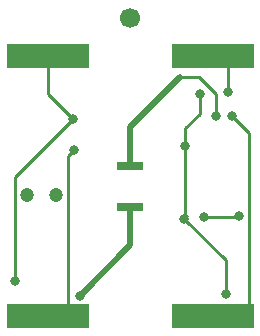
<source format=gbr>
%TF.GenerationSoftware,Altium Limited,Altium Designer,18.1.9 (240)*%
G04 Layer_Physical_Order=1*
G04 Layer_Color=255*
%FSLAX45Y45*%
%MOMM*%
%TF.FileFunction,Copper,L1,Top,Signal*%
%TF.Part,Single*%
G01*
G75*
%TA.AperFunction,SMDPad,CuDef*%
%ADD10R,2.20000X0.80000*%
%ADD11R,7.00000X2.00000*%
%TA.AperFunction,Conductor*%
%ADD12C,0.25400*%
%ADD13C,0.50000*%
%TA.AperFunction,ComponentPad*%
%ADD14C,1.20000*%
%TA.AperFunction,ViaPad*%
%ADD15C,0.80000*%
%ADD16C,1.70000*%
D10*
X1100000Y1775000D02*
D03*
Y1425000D02*
D03*
D11*
X400000Y2702847D02*
D03*
Y502847D02*
D03*
X1800000Y2700000D02*
D03*
Y500000D02*
D03*
D12*
X2009500Y1340000D02*
X2019499Y1350000D01*
X400000Y2382847D02*
X615000Y2167847D01*
X125000Y1677848D02*
X615000Y2167847D01*
X125000Y800000D02*
Y1677848D01*
X1567500Y1357500D02*
X1577500Y1347500D01*
X1567500Y2090347D02*
X1690000Y2212847D01*
X1567500Y1357500D02*
Y1942500D01*
Y2090347D01*
X1555000Y1325000D02*
X1577500Y1347500D01*
X1725000Y1340000D02*
X2009500D01*
X2019499Y1350000D02*
X2025000Y1344499D01*
X1908100Y691900D02*
Y971900D01*
X1555000Y1325000D02*
X1908100Y971900D01*
X575000Y500000D02*
Y1852847D01*
X625000Y1902847D01*
X1555000Y1295800D02*
Y1325000D01*
X1960000Y2192847D02*
X2103100Y2049747D01*
X2070000Y520000D02*
X2103100Y553100D01*
Y2049747D01*
X1850000Y2700000D02*
X1924996Y2625004D01*
Y2399995D02*
Y2625004D01*
X1825000Y2192847D02*
Y2382847D01*
X1683100Y2524747D02*
X1825000Y2382847D01*
X1690000Y2212847D02*
Y2382847D01*
X1524747Y2524747D02*
X1683100D01*
X1800000Y2700000D02*
X1850000D01*
X400000Y462847D02*
Y502847D01*
Y2382847D02*
Y2662847D01*
D13*
X682847Y682847D02*
X1100000Y1100000D01*
Y1425000D01*
Y2100000D02*
X1524747Y2524747D01*
X1100000Y1775000D02*
Y2100000D01*
D14*
X225000Y1525000D02*
D03*
X475000D02*
D03*
D15*
X1567500Y1942500D02*
D03*
X1725000Y1340000D02*
D03*
X1908100Y691900D02*
D03*
X2025000Y1344499D02*
D03*
X625000Y1902847D02*
D03*
X125000Y800000D02*
D03*
X1555000Y1325000D02*
D03*
X675000Y675000D02*
D03*
X615000Y2167847D02*
D03*
X1924996Y2399995D02*
D03*
X1690000Y2382847D02*
D03*
X1825000Y2192847D02*
D03*
X1960000D02*
D03*
D16*
X1100000Y3025000D02*
D03*
%TF.MD5,1c2af24a24c3e95194249204ca1c0a63*%
M02*

</source>
